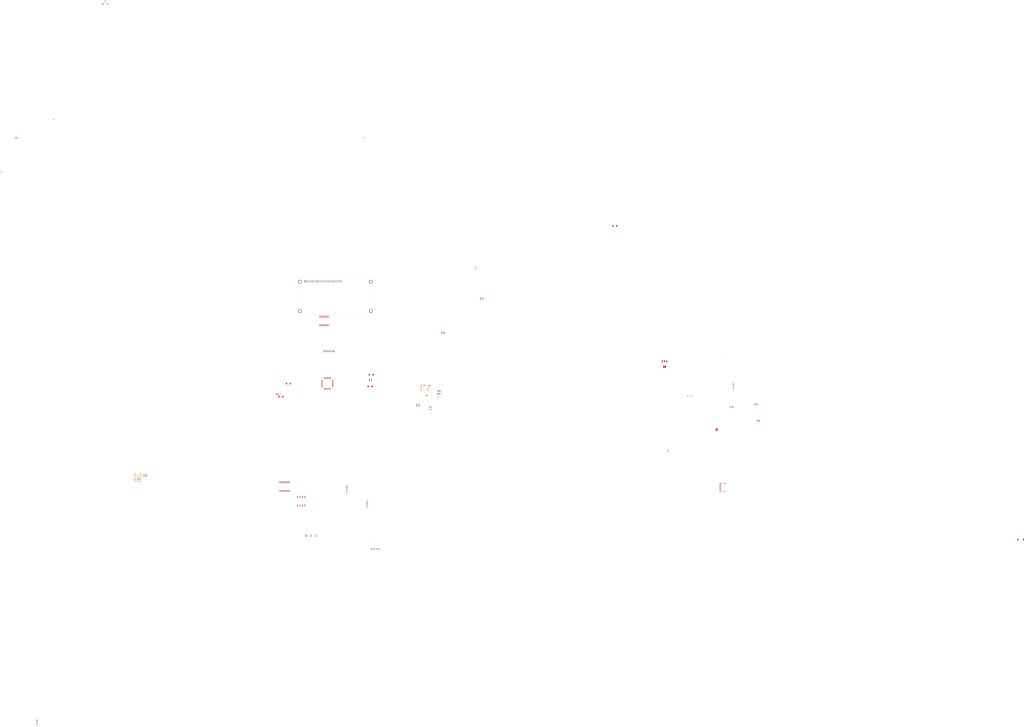
<source format=kicad_pcb>
(kicad_pcb (version 20240108) (generator "pcbnew") (generator_version "8.0")
  (layers (0 "F.Cu" signal) (1 "In1.Cu" signal) (2 "In2.Cu" signal) (31 "B.Cu" signal) (34 "B.Paste" user) (35 "F.Paste" user) (36 "B.SilkS" user "B.Silkscreen") (37 "F.SilkS" user "F.Silkscreen") (38 "B.Mask" user) (39 "F.Mask" user) (44 "Edge.Cuts" user))
  (net 0 "")
  (net 1 "GND")
  (net 2 "Vout")
  (net 3 "+3.3V")
  (net 4 "+5V")
  (net 5 "/MCU/Boot0")
  (net 6 "Net-(U10-VCAP_1)")
  (net 7 "Net-(U10-VCAP_2)")
  (net 8 "/MCU/NRST")
  (net 9 "/MCU/Osc1")
  (net 10 "/MCU/Osc2")
  (net 11 "/CAN1/OSC2")
  (net 12 "/CAN1/OSC1")
  (net 13 "/CAN1/CAN_VDD")
  (net 14 "/CAN1/CAN_GND")
  (net 15 "/USB + Power Source/USB_VBUS")
  (net 16 "VDD")
  (net 17 "/LCD/D6L")
  (net 18 "/LCD/RW_L")
  (net 20 "/LCD/D7L")
  (net 21 "/LCD/A")
  (net 22 "/LCD/D4L")
  (net 23 "/LCD/E_L")
  (net 24 "Net-(DS1-VO)")
  (net 26 "/LCD/RS_L")
  (net 29 "/LCD/D5L")
  (net 30 "Net-(J1-CC1)")
  (net 31 "/USB + Power Source/USB_D+")
  (net 32 "Net-(J1-CC2)")
  (net 33 "/USB + Power Source/USB_D-")
  (net 36 "/MCU/Sys_SDIO")
  (net 37 "/MCU/Sys_CLK")
  (net 38 "VCC")
  (net 39 "/CAN1/CANL")
  (net 40 "/CAN1/CANH")
  (net 41 "Net-(U6-SW)")
  (net 42 "/D+")
  (net 43 "/D-")
  (net 44 "/USB + Power Source/LBI")
  (net 45 "Net-(U10-PB2{slash}BOOT1)")
  (net 46 "Net-(R8-Pad1)")
  (net 47 "Net-(R9-Pad1)")
  (net 48 "Net-(U19-~{RESET})")
  (net 49 "Net-(R16-Pad1)")
  (net 50 "/SCL")
  (net 51 "/SDA")
  (net 52 "/LCD_Int")
  (net 53 "/Buttons/Back")
  (net 54 "/Buttons/Sel")
  (net 55 "/Buttons/Up")
  (net 56 "/Buttons/Down")
  (net 58 "/CANTX")
  (net 59 "/CAN1/CAN_TX")
  (net 60 "/CAN1/CANTX_OUT")
  (net 61 "/CAN1/CAN_RX")
  (net 62 "/CAN1/CANRX_OUT")
  (net 63 "/CANRX")
  (net 65 "/Deb_back")
  (net 67 "/Deb_select")
  (net 68 "/Deb_Up")
  (net 70 "/Deb_Down")
  (net 75 "/SCK")
  (net 83 "/INT")
  (net 96 "/MISO")
  (net 101 "/MOSI")
  (net 106 "/CS")
  (footprint "Resistor_SMD:R_0603_1608Metric" (layer "F.Cu") (at 234.64 98.03)
    (property "Reference" "R4" (at 0 -1.43 0) (layer "F.SilkS"))
    (property "Value" "5.1k")
    (pad "1" smd roundrect (at -0.825 0) (size 0.8 0.95) (layers "F.Cu" "F.Paste" "F.Mask") (net 30 "Net-(J1-CC1)"))
    (pad "2" smd roundrect (at 0.825 0) (size 0.8 0.95) (layers "F.Cu" "F.Paste" "F.Mask") (net 1 "GND"))
  )
  (footprint "Resistor_SMD:R_0402_1005Metric" (layer "F.Cu") (at -71.26 168.57)
    (property "Reference" "R8" (at 0 -1.17 0) (layer "F.SilkS"))
    (property "Value" "10k")
    (pad "1" smd roundrect (at -0.51 0) (size 0.54 0.64) (layers "F.Cu" "F.Paste" "F.Mask") (net 46 "Net-(R8-Pad1)"))
    (pad "2" smd roundrect (at 0.51 0) (size 0.54 0.64) (layers "F.Cu" "F.Paste" "F.Mask") (net 5 "/MCU/Boot0"))
  )
  (footprint "Capacitor_SMD:C_0402_1005Metric" (layer "F.Cu") (at 76.71 83.98)
    (property "Reference" "C1" (at 0 -1.16 0) (layer "F.SilkS"))
    (property "Value" "100nF")
    (pad "1" smd roundrect (at -0.48 0) (size 0.56 0.62) (layers "F.Cu" "F.Paste" "F.Mask") (net 2 "Vout"))
    (pad "2" smd roundrect (at 0.48 0) (size 0.56 0.62) (layers "F.Cu" "F.Paste" "F.Mask") (net 1 "GND"))
  )
  (footprint "Motor-Flasher:SOT230P700X180-4N" (layer "F.Cu") (at 482 52.5 -90)
    (property "Reference" "U3" (at -7.55686 -65.97922 90) (layer "F.SilkS") (effects (font (size 1.000693 1.000693))))
    (property "Value" "LD1117S33TR")
    (pad "1" smd rect (at -2.9 -2.3 180) (size 1 2.15) (layers "F.Cu" "F.Paste" "F.Mask") (net 1 "GND"))
    (pad "2" smd rect (at -2.9 0 180) (size 1 2.15) (layers "F.Cu" "F.Paste" "F.Mask") (net 3 "+3.3V"))
    (pad "3" smd rect (at -2.9 2.3 180) (size 1 2.15) (layers "F.Cu" "F.Paste" "F.Mask") (net 2 "Vout"))
    (pad "4" smd rect (at 2.9 0 180) (size 3.25 2.15) (layers "F.Cu" "F.Paste" "F.Mask") (net 3 "+3.3V"))
  )
  (footprint "Motor-Flasher:SOT95P275X110-6N" (layer "F.Cu") (at -66.355 170.24)
    (property "Reference" "U1" (at -0.068 -2.2064 0) (layer "F.SilkS") (effects (font (size 0.64 0.64))))
    (property "Value" "MAX16054AZT_T" (hide yes))
    (pad "1" smd roundrect (at -1.16 -0.95) (size 1.24 0.55) (layers "F.Cu" "F.Paste" "F.Mask") (net 53 "/Buttons/Back"))
    (pad "2" smd roundrect (at -1.16 0) (size 1.24 0.55) (layers "F.Cu" "F.Paste" "F.Mask") (net 1 "GND"))
    (pad "3" smd roundrect (at -1.16 0.95) (size 1.24 0.55) (layers "F.Cu" "F.Paste" "F.Mask") (net 1 "GND"))
    (pad "4" smd roundrect (at 1.16 0.95) (size 1.24 0.55) (layers "F.Cu" "F.Paste" "F.Mask"))
    (pad "5" smd roundrect (at 1.16 0) (size 1.24 0.55) (layers "F.Cu" "F.Paste" "F.Mask") (net 65 "/Deb_back"))
    (pad "6" smd roundrect (at 1.16 -0.95) (size 1.24 0.55) (layers "F.Cu" "F.Paste" "F.Mask") (net 3 "+3.3V"))
  )
  (footprint "Capacitor_SMD:C_0402_1005Metric" (layer "F.Cu") (at -77.02 168.56)
    (property "Reference" "C7" (at 0 -1.16 0) (layer "F.SilkS"))
    (property "Value" "100nF")
    (pad "1" smd roundrect (at -0.48 0) (size 0.56 0.62) (layers "F.Cu" "F.Paste" "F.Mask") (net 5 "/MCU/Boot0"))
    (pad "2" smd roundrect (at 0.48 0) (size 0.56 0.62) (layers "F.Cu" "F.Paste" "F.Mask") (net 1 "GND"))
  )
  (footprint "Motor-Flasher:SS12D07_CNK" (layer "F.Cu") (at 168 198.5)
    (property "Reference" "SW1" (at 0 2 0) (layer "F.SilkS"))
    (property "Value" "SS12D07VG4NSGAPA" (hide yes))
    (fp_text user "*" (at -2.6543 0 0) (layer "F.SilkS"))
    (fp_text user "*" (at -2.6543 0 0) (layer "F.SilkS"))
    (pad "1" thru_hole rect (at 0 0) (size 1.3208 1.3208) (drill 0.8128) (layers "*.Cu" "*.Mask"))
    (pad "2" thru_hole circle (at 0 2) (size 1.3208 1.3208) (drill 0.8128) (layers "*.Cu" "*.Mask") (net 47 "Net-(R9-Pad1)"))
    (pad "3" thru_hole circle (at 0 4.000001) (size 1.3208 1.3208) (drill 0.8128) (layers "*.Cu" "*.Mask") (net 40 "/CAN1/CANH"))
    (pad "4" thru_hole circle (at 0 -2.100001 90) (size 1.2446 1.2446) (drill 1.2446) (layers "*.Cu" "*.Mask"))
    (pad "5" thru_hole circle (at 0 6.1 90) (size 1.2446 1.2446) (drill 1.2446) (layers "*.Cu" "*.Mask"))
  )
  (footprint "Capacitor_SMD:C_0402_1005Metric" (layer "F.Cu") (at -74.15 170.53)
    (property "Reference" "C22" (at 0 -1.16 0) (layer "F.SilkS"))
    (property "Value" "100nF")
    (pad "1" smd roundrect (at -0.48 0) (size 0.56 0.62) (layers "F.Cu" "F.Paste" "F.Mask") (net 3 "+3.3V"))
    (pad "2" smd roundrect (at 0.48 0) (size 0.56 0.62) (layers "F.Cu" "F.Paste" "F.Mask") (net 1 "GND"))
  )
  (footprint "Motor-Flasher:OSC_CSTNE16M0V530000R0" (layer "F.Cu") (at -202.5 -186.5)
    (property "Reference" "Y1" (at 0.032 -1.7064 0) (layer "F.SilkS") (effects (font (size 0.64 0.64))))
    (property "Value" "CSTNE16M0V530000R0")
    (pad "1" smd rect (at -1.2 0) (size 0.4 1.9) (layers "F.Cu" "F.Paste" "F.Mask") (net 9 "/MCU/Osc1"))
    (pad "2" smd rect (at 0 0) (size 0.4 1.9) (layers "F.Cu" "F.Paste" "F.Mask") (net 1 "GND"))
    (pad "3" smd rect (at 1.2 0) (size 0.4 1.9) (layers "F.Cu" "F.Paste" "F.Mask") (net 10 "/MCU/Osc2"))
  )
  (footprint "Capacitor_SMD:C_0402_1005Metric" (layer "F.Cu") (at 225.1953 74.8527)
    (property "Reference" "C21" (at 0 -1.16 0) (layer "F.SilkS"))
    (property "Value" "100nF")
    (pad "1" smd roundrect (at -0.48 0) (size 0.56 0.62) (layers "F.Cu" "F.Paste" "F.Mask") (net 1 "GND"))
    (pad "2" smd roundrect (at 0.48 0) (size 0.56 0.62) (layers "F.Cu" "F.Paste" "F.Mask") (net 3 "+3.3V"))
  )
  (footprint "Motor-Flasher:SOT95P275X110-6N" (layer "F.Cu") (at 221.795 96.04)
    (property "Reference" "SW5" (at -0.068 -2.2064 0) (layer "F.SilkS") (effects (font (size 0.64 0.64))))
    (property "Value" "SS12D07VG4NSGAPA")
    (pad "1" smd roundrect (at -1.16 -0.95) (size 1.24 0.55) (layers "F.Cu" "F.Paste" "F.Mask") (net 1 "GND"))
    (pad "2" smd roundrect (at -1.16 0) (size 1.24 0.55) (layers "F.Cu" "F.Paste" "F.Mask") (net 46 "Net-(R8-Pad1)"))
    (pad "3" smd roundrect (at -1.16 0.95) (size 1.24 0.55) (layers "F.Cu" "F.Paste" "F.Mask") (net 3 "+3.3V"))
    (pad "4" smd roundrect (at 1.16 0.95) (size 1.24 0.55) (layers "F.Cu" "F.Paste" "F.Mask"))
    (pad "5" smd roundrect (at 1.16 0) (size 1.24 0.55) (layers "F.Cu" "F.Paste" "F.Mask"))
    (pad "6" smd roundrect (at 1.16 -0.95) (size 1.24 0.55) (layers "F.Cu" "F.Paste" "F.Mask"))
  )
  (footprint "Capacitor_SMD:C_0805_2012Metric" (layer "F.Cu") (at 243.83 80.91)
    (property "Reference" "C3" (at 0 -1.68 0) (layer "F.SilkS"))
    (property "Value" "10uF")
    (pad "1" smd roundrect (at -0.95 0) (size 1 1.45) (layers "F.Cu" "F.Paste" "F.Mask") (net 1 "GND"))
    (pad "2" smd roundrect (at 0.95 0) (size 1 1.45) (layers "F.Cu" "F.Paste" "F.Mask") (net 2 "Vout"))
  )
  (footprint "Capacitor_SMD:C_0603_1608Metric" (layer "F.Cu") (at 228.6353 75.1227)
    (property "Reference" "C31" (at 0 -1.43 0) (layer "F.SilkS"))
    (property "Value" "7pF")
    (pad "1" smd roundrect (at -0.775 0) (size 0.9 0.95) (layers "F.Cu" "F.Paste" "F.Mask") (net 11 "/CAN1/OSC2"))
    (pad "2" smd roundrect (at 0.775 0) (size 0.9 0.95) (layers "F.Cu" "F.Paste" "F.Mask") (net 1 "GND"))
  )
  (footprint "Capacitor_SMD:C_0402_1005Metric" (layer "F.Cu") (at 225.1953 76.8227)
    (property "Reference" "C33" (at 0 -1.16 0) (layer "F.SilkS"))
    (property "Value" "100nF")
    (pad "1" smd roundrect (at -0.48 0) (size 0.56 0.62) (layers "F.Cu" "F.Paste" "F.Mask") (net 1 "GND"))
    (pad "2" smd roundrect (at 0.48 0) (size 0.56 0.62) (layers "F.Cu" "F.Paste" "F.Mask") (net 3 "+3.3V"))
  )
  (footprint "Capacitor_SMD:C_0402_1005Metric" (layer "F.Cu") (at -74.15 174.47)
    (property "Reference" "C24" (at 0 -1.16 0) (layer "F.SilkS"))
    (property "Value" "100nF")
    (pad "1" smd roundrect (at -0.48 0) (size 0.56 0.62) (layers "F.Cu" "F.Paste" "F.Mask") (net 3 "+3.3V"))
    (pad "2" smd roundrect (at 0.48 0) (size 0.56 0.62) (layers "F.Cu" "F.Paste" "F.Mask") (net 1 "GND"))
  )
  (footprint "Capacitor_SMD:C_0805_2012Metric" (layer "F.Cu") (at 73.05 84.5)
    (property "Reference" "C2" (at 0 -1.68 0) (layer "F.SilkS"))
    (property "Value" "10uF")
    (pad "1" smd roundrect (at -0.95 0) (size 1 1.45) (layers "F.Cu" "F.Paste" "F.Mask") (net 1 "GND"))
    (pad "2" smd roundrect (at 0.95 0) (size 1 1.45) (layers "F.Cu" "F.Paste" "F.Mask") (net 3 "+3.3V"))
  )
  (footprint "Capacitor_SMD:C_0402_1005Metric" (layer "F.Cu") (at -163 -206)
    (property "Reference" "C20" (at 0 -1.16 0) (layer "F.SilkS"))
    (property "Value" "7pF")
    (pad "1" smd roundrect (at -0.48 0) (size 0.56 0.62) (layers "F.Cu" "F.Paste" "F.Mask") (net 10 "/MCU/Osc2"))
    (pad "2" smd roundrect (at 0.48 0) (size 0.56 0.62) (layers "F.Cu" "F.Paste" "F.Mask") (net 1 "GND"))
  )
  (footprint "Capacitor_SMD:C_0402_1005Metric" (layer "F.Cu") (at 282.48 -47.53)
    (property "Reference" "C14" (at 0 -1.16 0) (layer "F.SilkS"))
    (property "Value" "100nF" (hide yes))
    (pad "1" smd roundrect (at -0.48 0) (size 0.56 0.62) (layers "F.Cu" "F.Paste" "F.Mask") (net 1 "GND"))
    (pad "2" smd roundrect (at 0.48 0) (size 0.56 0.62) (layers "F.Cu" "F.Paste" "F.Mask") (net 3 "+3.3V"))
  )
  (footprint "Resistor_SMD:R_0402_1005Metric" (layer "F.Cu") (at 486 144.99)
    (property "Reference" "R2" (at 0 -1.17 0) (layer "F.SilkS"))
    (property "Value" "22")
    (pad "1" smd roundrect (at -0.51 0) (size 0.54 0.64) (layers "F.Cu" "F.Paste" "F.Mask") (net 43 "/D-"))
    (pad "2" smd roundrect (at 0.51 0) (size 0.54 0.64) (layers "F.Cu" "F.Paste" "F.Mask") (net 33 "/USB + Power Source/USB_D-"))
  )
  (footprint "Capacitor_SMD:C_0402_1005Metric" (layer "F.Cu") (at -77.02 176.44)
    (property "Reference" "C18" (at 0 -1.16 0) (layer "F.SilkS"))
    (property "Value" "100nF")
    (pad "1" smd roundrect (at -0.48 0) (size 0.56 0.62) (layers "F.Cu" "F.Paste" "F.Mask") (net 8 "/MCU/NRST"))
    (pad "2" smd roundrect (at 0.48 0) (size 0.56 0.62) (layers "F.Cu" "F.Paste" "F.Mask") (net 1 "GND"))
  )
  (footprint "Motor-Flasher:TS-1088-AR02016" (layer "F.Cu") (at 77 87)
    (property "Reference" "S10" (hide yes))
    (property "Value" "TS-1088-AR02016" (hide yes))
    (pad "1" smd roundrect (at -2.075 0) (size 1.35 1.8) (layers "F.Cu" "F.Paste" "F.Mask") (net 49 "Net-(R16-Pad1)"))
    (pad "2" smd roundrect (at 2.075 0) (size 1.35 1.8) (layers "F.Cu" "F.Paste" "F.Mask") (net 1 "GND"))
  )
  (footprint "Motor-Flasher:TS-1088-AR02016" (layer "F.Cu") (at 172.3375 63.81)
    (property "Reference" "S11" (at 0.762 -2.794 0) (layer "F.SilkS") (effects (font (thickness 0.1))))
    (property "Value" "TS-1088-AR02016" (hide yes))
    (pad "1" smd roundrect (at -2.075 0) (size 1.35 1.8) (layers "F.Cu" "F.Paste" "F.Mask") (net 1 "GND"))
    (pad "2" smd roundrect (at 2.075 0) (size 1.35 1.8) (layers "F.Cu" "F.Paste" "F.Mask") (net 54 "/Buttons/Sel"))
  )
  (footprint "Resistor_SMD:R_0603_1608Metric" (layer "F.Cu") (at 234.64 100.54)
    (property "Reference" "R5" (at 0 -1.43 0) (layer "F.SilkS"))
    (property "Value" "5.1k")
    (pad "1" smd roundrect (at -0.825 0) (size 0.8 0.95) (layers "F.Cu" "F.Paste" "F.Mask") (net 1 "GND"))
    (pad "2" smd roundrect (at 0.825 0) (size 0.8 0.95) (layers "F.Cu" "F.Paste" "F.Mask") (net 32 "Net-(J1-CC2)"))
  )
  (footprint "Capacitor_SMD:C_0402_1005Metric" (layer "F.Cu") (at -77.02 172.5)
    (property "Reference" "C9" (at 0 -1.16 0) (layer "F.SilkS"))
    (property "Value" "2.2uF")
    (pad "1" smd roundrect (at -0.48 0) (size 0.56 0.62) (layers "F.Cu" "F.Paste" "F.Mask") (net 7 "Net-(U10-VCAP_2)"))
    (pad "2" smd roundrect (at 0.48 0) (size 0.56 0.62) (layers "F.Cu" "F.Paste" "F.Mask") (net 1 "GND"))
  )
  (footprint "Motor-Flasher:POT_3362P" (layer "F.Cu") (at -111.08 -328)
    (property "Reference" "VR1" (at 2.54 0.0381 0) (layer "F.SilkS"))
    (property "Value" "3362P-1-103LF")
    (pad "1" thru_hole rect (at 0 0) (size 1.3462 1.3462) (drill 0.8382) (layers "*.Cu" "*.Mask") (net 3 "+3.3V"))
    (pad "2" thru_hole circle (at 2.54 -2.54) (size 1.3462 1.3462) (drill 0.8382) (layers "*.Cu" "*.Mask") (net 24 "Net-(DS1-VO)"))
    (pad "3" thru_hole circle (at 5.08 0) (size 1.3462 1.3462) (drill 0.8382) (layers "*.Cu" "*.Mask") (net 1 "GND"))
  )
  (footprint "Motor-Flasher:CONV_RFM-0505S" (layer "F.Cu") (at 176.77 246.25)
    (property "Reference" "PS5" (at -2.385 -4.745 360) (layer "F.SilkS"))
    (property "Value" "B0505S-1WR3")
    (pad "1" thru_hole rect (at -3.85 1.75) (size 1.508 1.508) (drill 1) (layers "*.Cu" "*.Mask") (net 1 "GND"))
    (pad "2" thru_hole circle (at -1.31 1.75) (size 1.508 1.508) (drill 1) (layers "*.Cu" "*.Mask") (net 4 "+5V"))
    (pad "3" thru_hole circle (at 1.23 1.75) (size 1.508 1.508) (drill 1) (layers "*.Cu" "*.Mask") (net 14 "/CAN1/CAN_GND"))
    (pad "4" thru_hole circle (at 3.77 1.75) (size 1.508 1.508) (drill 1) (layers "*.Cu" "*.Mask") (net 13 "/CAN1/CAN_VDD"))
  )
  (footprint "Capacitor_SMD:C_0603_1608Metric" (layer "F.Cu") (at 230.9803 85.8077)
    (property "Reference" "C32" (at 0 -1.43 0) (layer "F.SilkS"))
    (property "Value" "7pF")
    (pad "1" smd roundrect (at -0.775 0) (size 0.9 0.95) (layers "F.Cu" "F.Paste" "F.Mask") (net 12 "/CAN1/OSC1"))
    (pad "2" smd roundrect (at 0.775 0) (size 0.9 0.95) (layers "F.Cu" "F.Paste" "F.Mask") (net 1 "GND"))
  )
  (footprint "Motor-Flasher:SS12D07_CNK" (layer "F.Cu") (at 554.75 73.974999)
    (property "Reference" "SW2" (at 0 2 0) (layer "F.SilkS"))
    (property "Value" "SS12D07VG4NSGAPA")
    (fp_text user "*" (at -2.6543 0 0) (layer "F.SilkS"))
    (fp_text user "*" (at -2.6543 0 0) (layer "F.SilkS"))
    (pad "1" thru_hole rect (at 0 0) (size 1.3208 1.3208) (drill 0.8128) (layers "*.Cu" "*.Mask") (net 16 "VDD"))
    (pad "2" thru_hole circle (at 0 2) (size 1.3208 1.3208) (drill 0.8128) (layers "*.Cu" "*.Mask") (net 2 "Vout"))
    (pad "3" thru_hole circle (at 0 4.000001) (size 1.3208 1.3208) (drill 0.8128) (layers "*.Cu" "*.Mask") (net 38 "VCC"))
    (pad "4" thru_hole circle (at 0 -2.100001 90) (size 1.2446 1.2446) (drill 1.2446) (layers "*.Cu" "*.Mask"))
    (pad "5" thru_hole circle (at 0 6.1 90) (size 1.2446 1.2446) (drill 1.2446) (layers "*.Cu" "*.Mask"))
  )
  (footprint "Motor-Flasher:SOP254P1040X485-8N" (layer "F.Cu") (at 98.5 197.5 -90)
    (property "Reference" "U20" (at -2.6 -5.635 90) (layer "F.SilkS"))
    (property "Value" "ISO1050DUBR")
    (pad "1" smd roundrect (at -4.535 -3.81 270) (size 2.34 0.64) (layers "F.Cu" "F.Paste" "F.Mask") (roundrect_rratio 0.08) (net 3 "+3.3V"))
    (pad "2" smd roundrect (at -4.535 -1.27 270) (size 2.34 0.64) (layers "F.Cu" "F.Paste" "F.Mask") (roundrect_rratio 0.08) (net 62 "/CAN1/CANRX_OUT"))
    (pad "3" smd roundrect (at -4.535 1.27 270) (size 2.34 0.64) (layers "F.Cu" "F.Paste" "F.Mask") (roundrect_rratio 0.08) (net 60 "/CAN1/CANTX_OUT"))
    (pad "4" smd roundrect (at -4.535 3.81 270) (size 2.34 0.64) (layers "F.Cu" "F.Paste" "F.Mask") (roundrect_rratio 0.08) (net 1 "GND"))
    (pad "5" smd roundrect (at 4.535 3.81 270) (size 2.34 0.64) (layers "F.Cu" "F.Paste" "F.Mask") (roundrect_rratio 0.08) (net 14 "/CAN1/CAN_GND"))
    (pad "6" smd roundrect (at 4.535 1.27 270) (size 2.34 0.64) (layers "F.Cu" "F.Paste" "F.Mask") (roundrect_rratio 0.08) (net 39 "/CAN1/CANL"))
    (pad "7" smd roundrect (at 4.535 -1.27 270) (size 2.34 0.64) (layers "F.Cu" "F.Paste" "F.Mask") (roundrect_rratio 0.08) (net 40 "/CAN1/CANH"))
    (pad "8" smd roundrect (at 4.535 -3.81 270) (size 2.34 0.64) (layers "F.Cu" "F.Paste" "F.Mask") (roundrect_rratio 0.08) (net 13 "/CAN1/CAN_VDD"))
  )
  (footprint "Resistor_SMD:R_0402_1005Metric" (layer "F.Cu") (at -71.26 172.55)
    (property "Reference" "R24" (at 0 -1.17 0) (layer "F.SilkS"))
    (property "Value" "4.7k")
    (pad "1" smd roundrect (at -0.51 0) (size 0.54 0.64) (layers "F.Cu" "F.Paste" "F.Mask") (net 3 "+3.3V"))
    (pad "2" smd roundrect (at 0.51 0) (size 0.54 0.64) (layers "F.Cu" "F.Paste" "F.Mask") (net 50 "/SCL"))
  )
  (footprint "Capacitor_SMD:C_0402_1005Metric" (layer "F.Cu") (at -74.15 172.5)
    (property "Reference" "C23" (at 0 -1.16 0) (layer "F.SilkS"))
    (property "Value" "100nF")
    (pad "1" smd roundrect (at -0.48 0) (size 0.56 0.62) (layers "F.Cu" "F.Paste" "F.Mask") (net 3 "+3.3V"))
    (pad "2" smd roundrect (at 0.48 0) (size 0.56 0.62) (layers "F.Cu" "F.Paste" "F.Mask") (net 1 "GND"))
  )
  (footprint "Motor-Flasher:SS12D07_CNK" (layer "F.Cu") (at 146.5 183)
    (property "Reference" "SW3" (at 0 2 0) (layer "F.SilkS"))
    (property "Value" "SS12D07VG4NSGAPA" (hide yes))
    (fp_text user "*" (at -2.6543 0 360) (layer "F.SilkS"))
    (fp_text user "*" (at -2.6543 0 0) (layer "F.SilkS"))
    (pad "1" thru_hole rect (at 0 0) (size 1.3208 1.3208) (drill 0.8128) (layers "*.Cu" "*.Mask") (net 59 "/CAN1/CAN_TX"))
    (pad "2" thru_hole circle (at 0 2) (size 1.3208 1.3208) (drill 0.8128) (layers "*.Cu" "*.Mask") (net 60 "/CAN1/CANTX_OUT"))
    (pad "3" thru_hole circle (at 0 4.000001) (size 1.3208 1.3208) (drill 0.8128) (layers "*.Cu" "*.Mask") (net 58 "/CANTX"))
    (pad "4" thru_hole circle (at 0 -2.100001 90) (size 1.2446 1.2446) (drill 1.2446) (layers "*.Cu" "*.Mask"))
    (pad "5" thru_hole circle (at 0 6.1 90) (size 1.2446 1.2446) (drill 1.2446) (layers "*.Cu" "*.Mask"))
  )
  (footprint "Resistor_SMD:R_0402_1005Metric" (layer "F.Cu") (at 486 143)
    (property "Reference" "R1" (at 0 -1.17 0) (layer "F.SilkS"))
    (property "Value" "22")
    (pad "1" smd roundrect (at -0.51 0) (size 0.54 0.64) (layers "F.Cu" "F.Paste" "F.Mask") (net 42 "/D+"))
    (pad "2" smd roundrect (at 0.51 0) (size 0.54 0.64) (layers "F.Cu" "F.Paste" "F.Mask") (net 31 "/USB + Power Source/USB_D+"))
  )
  (footprint "Capacitor_SMD:C_0402_1005Metric" (layer "F.Cu") (at -77.02 174.47)
    (property "Reference" "C10" (at 0 -1.16 0) (layer "F.SilkS"))
    (property "Value" "100nF")
    (pad "1" smd roundrect (at -0.48 0) (size 0.56 0.62) (layers "F.Cu" "F.Paste" "F.Mask") (net 3 "+3.3V"))
    (pad "2" smd roundrect (at 0.48 0) (size 0.56 0.62) (layers "F.Cu" "F.Paste" "F.Mask") (net 1 "GND"))
  )
  (footprint "Motor-Flasher:TS-1088-AR02016" (layer "F.Cu") (at 429.5 -93.5)
    (property "Reference" "S13" (at 8.0145 9.531 0) (layer "F.SilkS") (effects (font (thickness 0.1))))
    (property "Value" "TS-1088-AR02016" (hide yes))
    (pad "1" smd roundrect (at -2.075 0) (size 1.35 1.8) (layers "F.Cu" "F.Paste" "F.Mask") (net 1 "GND"))
    (pad "2" smd roundrect (at 2.075 0) (size 1.35 1.8) (layers "F.Cu" "F.Paste" "F.Mask") (net 56 "/Buttons/Down"))
  )
  (footprint "Resistor_SMD:R_0402_1005Metric" (layer "F.Cu") (at 232.0953 78.3127)
    (property "Reference" "R9" (at 0 -1.17 0) (layer "F.SilkS"))
    (property "Value" "120")
    (pad "1" smd roundrect (at -0.51 0) (size 0.54 0.64) (layers "F.Cu" "F.Paste" "F.Mask") (net 47 "Net-(R9-Pad1)"))
    (pad "2" smd roundrect (at 0.51 0) (size 0.54 0.64) (layers "F.Cu" "F.Paste" "F.Mask") (net 39 "/CAN1/CANL"))
  )
  (footprint "Resistor_SMD:R_0402_1005Metric" (layer "F.Cu") (at -71.26 170.56)
    (property "Reference" "R16" (at 0 -1.17 0) (layer "F.SilkS"))
    (property "Value" "100")
    (pad "1" smd roundrect (at -0.51 0) (size 0.54 0.64) (layers "F.Cu" "F.Paste" "F.Mask") (net 49 "Net-(R16-Pad1)"))
    (pad "2" smd roundrect (at 0.51 0) (size 0.54 0.64) (layers "F.Cu" "F.Paste" "F.Mask") (net 8 "/MCU/NRST"))
  )
  (footprint "Motor-Flasher:GCT_USB4105-GF-A" (layer "F.Cu") (at 545.5 183 90)
    (property "Reference" "J1" (hide yes))
    (property "Value" "TYPE-C 16PIN 2MD(073)" (hide yes))
    (pad "" np_thru_hole circle (at -2.89 -3.68 90) (size 0.65 0.65) (drill 0.65) (layers "*.Cu" "*.Mask"))
    (pad "" np_thru_hole circle (at 2.89 -3.68 90) (size 0.65 0.65) (drill 0.65) (layers "*.Cu" "*.Mask"))
    (pad "A1-B12" smd rect (at -3.2 -4.755 90) (size 0.6 1.15) (layers "F.Cu" "F.Paste" "F.Mask") (net 1 "GND"))
    (pad "A4-B9" smd rect (at -2.4 -4.755 90) (size 0.6 1.15) (layers "F.Cu" "F.Paste" "F.Mask") (net 15 "/USB + Power Source/USB_VBUS"))
    (pad "A5" smd rect (at -1.25 -4.755 90) (size 0.3 1.15) (layers "F.Cu" "F.Paste" "F.Mask") (net 30 "Net-(J1-CC1)"))
    (pad "A6" smd rect (at -0.25 -4.755 90) (size 0.3 1.15) (layers "F.Cu" "F.Paste" "F.Mask") (net 31 "/USB + Power Source/USB_D+"))
    (pad "A7" smd rect (at 0.25 -4.755 90) (size 0.3 1.15) (layers "F.Cu" "F.Paste" "F.Mask") (net 33 "/USB + Power Source/USB_D-"))
    (pad "A8" smd rect (at 1.25 -4.755 90) (size 0.3 1.15) (layers "F.Cu" "F.Paste" "F.Mask"))
    (pad "B1-A12" smd rect (at 3.2 -4.755 90) (size 0.6 1.15) (layers "F.Cu" "F.Paste" "F.Mask") (net 1 "GND"))
    (pad "B4-A9" smd rect (at 2.4 -4.755 90) (size 0.6 1.15) (layers "F.Cu" "F.Paste" "F.Mask") (net 15 "/USB + Power Source/USB_VBUS"))
    (pad "B5" smd rect (at 1.75 -4.755 90) (size 0.3 1.15) (layers "F.Cu" "F.Paste" "F.Mask") (net 32 "Net-(J1-CC2)"))
    (pad "B6" smd rect (at 0.75 -4.755 90) (size 0.3 1.15) (layers "F.Cu" "F.Paste" "F.Mask") (net 31 "/USB + Power Source/USB_D+"))
    (pad "B7" smd rect (at -0.75 -4.755 90) (size 0.3 1.15) (layers "F.Cu" "F.Paste" "F.Mask") (net 33 "/USB + Power Source/USB_D-"))
    (pad "B8" smd rect (at -1.75 -4.755 90) (size 0.3 1.15) (layers "F.Cu" "F.Paste" "F.Mask"))
    (pad "SH1" thru_hole oval (at -4.32 -4.18 90) (size 1 2.1) (drill oval 0.6 1.7) (layers "*.Cu" "*.Mask"))
    (pad "SH2" thru_hole oval (at 4.32 -4.18 90) (size 1 2.1) (drill oval 0.6 1.7) (layers "*.Cu" "*.Mask"))
    (pad "SH3" thru_hole roundrect (at -4.32 0 90) (size 1 1.8) (drill oval 0.6 1.4) (layers "*.Cu" "*.Mask"))
    (pad "SH4" thru_hole roundrect (at 4.32 0 90) (size 1 1.8) (drill oval 0.6 1.4) (layers "*.Cu" "*.Mask"))
  )
  (footprint "Motor-Flasher:SOT95P275X110-6N" (layer "F.Cu") (at 289 -16.5)
    (property "Reference" "U5" (at -0.068 -2.2064 0) (layer "F.SilkS") (effects (font (size 0.64 0.64))))
    (property "Value" "MAX16054AZT_T" (hide yes))
    (pad "1" smd roundrect (at -1.16 -0.95) (size 1.24 0.55) (layers "F.Cu" "F.Paste" "F.Mask") (net 56 "/Buttons/Down"))
    (pad "2" smd roundrect (at -1.16 0) (size 1.24 0.55) (layers "F.Cu" "F.Paste" "F.Mask") (net 1 "GND"))
    (pad "3" smd roundrect (at -1.16 0.95) (size 1.24 0.55) (layers "F.Cu" "F.Paste" "F.Mask") (net 1 "GND"))
    (pad "4" smd roundrect (at 1.16 0.95) (size 1.24 0.55) (layers "F.Cu" "F.Paste" "F.Mask"))
    (pad "5" smd roundrect (at 1.16 0) (size 1.24 0.55) (layers "F.Cu" "F.Paste" "F.Mask") (net 70 "/Deb_Down"))
    (pad "6" smd roundrect (at 1.16 -0.95) (size 1.24 0.55) (layers "F.Cu" "F.Paste" "F.Mask") (net 3 "+3.3V"))
  )
  (footprint "Motor-Flasher:TS-1088-AR02016" (layer "F.Cu") (at 84.975 73.175)
    (property "Reference" "S5" (hide yes))
    (property "Value" "TS-1088-AR02016" (hide yes))
    (pad "1" smd roundrect (at -2.075 0) (size 1.35 1.8) (layers "F.Cu" "F.Paste" "F.Mask") (net 1 "GND"))
    (pad "2" smd roundrect (at 2.075 0) (size 1.35 1.8) (layers "F.Cu" "F.Paste" "F.Mask") (net 53 "/Buttons/Back"))
  )
  (footprint "Capacitor_SMD:C_0402_1005Metric" (layer "F.Cu") (at 243.04 86.41)
    (property "Reference" "C4" (at 0 -1.16 0) (layer "F.SilkS"))
    (property "Value" "100nF")
    (pad "1" smd roundrect (at -0.48 0) (size 0.56 0.62) (layers "F.Cu" "F.Paste" "F.Mask") (net 1 "GND"))
    (pad "2" smd roundrect (at 0.48 0) (size 0.56 0.62) (layers "F.Cu" "F.Paste" "F.Mask") (net 2 "Vout"))
  )
  (footprint "Motor-Flasher:SOT95P275X110-6N" (layer "F.Cu") (at 171.4975 69.45)
    (property "Reference" "U4" (at -0.068 -2.2064 0) (layer "F.SilkS") (effects (font (size 0.64 0.64))))
    (property "Value" "MAX16054AZT_T" (hide yes))
    (pad "1" smd roundrect (at -1.16 -0.95) (size 1.24 0.55) (layers "F.Cu" "F.Paste" "F.Mask") (net 55 "/Buttons/Up"))
    (pad "2" smd roundrect (at -1.16 0) (size 1.24 0.55) (layers "F.Cu" "F.Paste" "F.Mask") (net 1 "GND"))
    (pad "3" smd roundrect (at -1.16 0.95) (size 1.24 0.55) (layers "F.Cu" "F.Paste" "F.Mask") (net 1 "GND"))
    (pad "4" smd roundrect (at 1.16 0.95) (size 1.24 0.55) (layers "F.Cu" "F.Paste" "F.Mask"))
    (pad "5" smd roundrect (at 1.16 0) (size 1.24 0.55) (layers "F.Cu" "F.Paste" "F.Mask") (net 68 "/Deb_Up"))
    (pad "6" smd roundrect (at 1.16 -0.95) (size 1.24 0.55) (layers "F.Cu" "F.Paste" "F.Mask") (net 3 "+3.3V"))
  )
  (footprint "Connector_PinHeader_2.54mm:PinHeader_1x05_P2.54mm_Horizontal" (layer "F.Cu") (at 122.92 39 90)
    (property "Reference" "J2" (at 4.385 -2.27 90) (layer "F.SilkS"))
    (property "Value" "CS-1109-1X5(L11.5)PA6T" (hide yes))
    (pad "1" thru_hole rect (at 0 0 90) (size 1.7 1.7) (drill 1) (layers "*.Cu" "*.Mask") (net 37 "/MCU/Sys_CLK"))
    (pad "2" thru_hole oval (at 0 2.54 90) (size 1.7 1.7) (drill 1) (layers "*.Cu" "*.Mask") (net 36 "/MCU/Sys_SDIO"))
    (pad "3" thru_hole oval (at 0 5.08 90) (size 1.7 1.7) (drill 1) (layers "*.Cu" "*.Mask") (net 1 "GND"))
    (pad "4" thru_hole oval (at 0 7.62 90) (size 1.7 1.7) (drill 1) (layers "*.Cu" "*.Mask") (net 8 "/MCU/NRST"))
    (pad "5" thru_hole oval (at 0 10.16 90) (size 1.7 1.7) (drill 1) (layers "*.Cu" "*.Mask") (net 3 "+3.3V"))
  )
  (footprint "Capacitor_SMD:C_0402_1005Metric" (layer "F.Cu") (at 243.04 88.38)
    (property "Reference" "C5" (at 0 -1.16 0) (layer "F.SilkS"))
    (property "Value" "2.2uF")
    (pad "1" smd roundrect (at -0.48 0) (size 0.56 0.62) (layers "F.Cu" "F.Paste" "F.Mask") (net 4 "+5V"))
    (pad "2" smd roundrect (at 0.48 0) (size 0.56 0.62) (layers "F.Cu" "F.Paste" "F.Mask") (net 1 "GND"))
  )
  (footprint "Resistor_SMD:R_0402_1005Metric" (layer "F.Cu") (at 164.51 -186.5)
    (property "Reference" "R13" (at 0 -1.17 0) (layer "F.SilkS"))
    (property "Value" "220" (hide yes))
    (pad "1" smd roundrect (at -0.51 0) (size 0.54 0.64) (layers "F.Cu" "F.Paste" "F.Mask") (net 3 "+3.3V"))
    (pad "2" smd roundrect (at 0.51 0) (size 0.54 0.64) (layers "F.Cu" "F.Paste" "F.Mask") (net 21 "/LCD/A"))
  )
  (footprint "Capacitor_SMD:C_0402_1005Metric" (layer "F.Cu") (at 225.1953 80.7627)
    (property "Reference" "C35" (at 0 -1.16 0) (layer "F.SilkS"))
    (property "Value" "100nF")
    (pad "1" smd roundrect (at -0.48 0) (size 0.56 0.62) (layers "F.Cu" "F.Paste" "F.Mask") (net 3 "+3.3V"))
    (pad "2" smd roundrect (at 0.48 0) (size 0.56 0.62) (layers "F.Cu" "F.Paste" "F.Mask") (net 1 "GND"))
  )
  (footprint "Resistor_SMD:R_0805_2012Metric" (layer "F.Cu") (at 581 112.5)
    (property "Reference" "R7" (at 0 -1.65 0) (layer "F.SilkS"))
    (property "Value" "390k")
    (pad "1" smd roundrect (at -0.9125 0) (size 1.025 1.4) (layers "F.Cu" "F.Paste" "F.Mask") (roundrect_rratio 0.243902) (net 44 "/USB + Power Source/LBI"))
    (pad "2" smd roundrect (at 0.9125 0) (size 1.025 1.4) (layers "F.Cu" "F.Paste" "F.Mask") (roundrect_rratio 0.243902) (net 1 "GND"))
  )
  (footprint "Resistor_SMD:R_0805_2012Metric" (layer "F.Cu") (at 578.5875 95)
    (property "Reference" "R3" (at 0 -1.65 0) (layer "F.SilkS"))
    (property "Value" "2.87M")
    (pad "1" smd roundrect (at -0.9125 0) (size 1.025 1.4) (layers "F.Cu" "F.Paste" "F.Mask") (roundrect_rratio 0.243902) (net 2 "Vout"))
    (pad "2" smd roundrect (at 0.9125 0) (size 1.025 1.4) (layers "F.Cu" "F.Paste" "F.Mask") (roundrect_rratio 0.243902) (net 44 "/USB + Power Source/LBI"))
  )
  (footprint "Motor-Flasher:SS12D07_CNK" (layer "F.Cu") (at -180.5 429.5)
    (property "Reference" "SW4" (at 0 2 0) (layer "F.SilkS"))
    (property "Value" "SS12D07VG4NSGAPA" (hide yes))
    (fp_text user "*" (at -2.6543 0 360) (layer "F.SilkS"))
    (fp_text user "*" (at -2.6543 0 0) (layer "F.SilkS"))
    (pad "1" thru_hole rect (at 0 0) (size 1.3208 1.3208) (drill 0.8128) (layers "*.Cu" "*.Mask") (net 61 "/CAN1/CAN_RX"))
    (pad "2" thru_hole circle (at 0 2) (size 1.3208 1.3208) (drill 0.8128) (layers "*.Cu" "*.Mask") (net 62 "/CAN1/CANRX_OUT"))
    (pad "3" thru_hole circle (at 0 4.000001) (size 1.3208 1.3208) (drill 0.8128) (layers "*.Cu" "*.Mask") (net 63 "/CANRX"))
    (pad "4" thru_hole circle (at 0 -2.100001 90) (size 1.2446 1.2446) (drill 1.2446) (layers "*.Cu" "*.Mask"))
    (pad "5" thru_hole circle (at 0 6.1 90) (size 1.2446 1.2446) (drill 1.2446) (layers "*.Cu" "*.Mask"))
  )
  (footprint "Motor-Flasher:CDRH5D28RHP" (layer "F.Cu") (at 858 238)
    (property "Reference" "L2" (at -0.0762 -3.1242 0) (layer "F.SilkS") (effects (font (thickness 0.1))))
    (property "Value" "6.8uH")
    (pad "1" smd roundrect (at 2.8 0) (size 1 2.1) (layers "F.Cu" "F.Paste" "F.Mask") (net 2 "Vout"))
    (pad "2" smd roundrect (at -2.8 0) (size 1 2.1) (layers "F.Cu" "F.Paste" "F.Mask") (net 41 "Net-(U6-SW)"))
  )
  (footprint "Motor-Flasher:JST_B2B-XH-A" (layer "F.Cu") (at 552.75 97.475)
    (property "Reference" "J4" (hide yes))
    (property "Value" "B2B-PH-K-S-GW")
    (pad "1" thru_hole rect (at 1.25 0.525) (size 1.575 1.575) (drill 1.05) (layers "*.Cu" "*.Mask") (net 38 "VCC"))
    (pad "2" thru_hole circle (at -1.25 0.525) (size 1.575 1.575) (drill 1.05) (layers "*.Cu" "*.Mask") (net 1 "GND"))
  )
  (footprint "Motor-Flasher:TS-1088-AR02016" (layer "F.Cu") (at 171.14 76.225)
    (property "Reference" "S12" (at 0.762 -2.794 0) (layer "F.SilkS") (effects (font (thickness 0.1))))
    (property "Value" "TS-1088-AR02016" (hide yes))
    (pad "1" smd roundrect (at -2.075 0) (size 1.35 1.8) (layers "F.Cu" "F.Paste" "F.Mask") (net 1 "GND"))
    (pad "2" smd roundrect (at 2.075 0) (size 1.35 1.8) (layers "F.Cu" "F.Paste" "F.Mask") (net 55 "/Buttons/Up"))
  )
  (footprint "Motor-Flasher:SOD-123FL_MCC" (layer "F.Cu") (at 508.3415 86)
    (property "Reference" "CR2" (at 0 0 0) (layer "F.SilkS"))
    (property "Value" "SMD110PL-TP")
    (fp_text user "*" (at -2.5146 0 0) (layer "F.SilkS"))
    (fp_text user "*" (at -2.5146 0 0) (layer "F.SilkS"))
    (pad "1" smd rect (at -1.8415 0) (size 0.5842 1.0414) (layers "F.Cu" "F.Paste" "F.Mask") (net 16 "VDD"))
    (pad "2" smd rect (at 1.8415 0) (size 0.5842 1.0414) (layers "F.Cu" "F.Paste" "F.Mask") (net 15 "/USB + Power Source/USB_VBUS"))
  )
  (footprint "Motor-Flasher:CUI_TB006-508-03BE" (layer "F.Cu") (at 103.42 233.9625)
    (property "Reference" "J8" (at 0.905 -5.989 0) (layer "F.SilkS") (effects (font (size 1.4 1.4))))
    (property "Value" "WJ500V-5.08-3P" (hide yes))
    (pad "1" thru_hole rect (at 0 0) (size 1.95 1.95) (drill 1.3) (layers "*.Cu" "*.Mask") (net 14 "/CAN1/CAN_GND"))
    (pad "2" thru_hole circle (at 5.08 0) (size 1.95 1.95) (drill 1.3) (layers "*.Cu" "*.Mask") (net 39 "/CAN1/CANL"))
    (pad "3" thru_hole circle (at 10.16 0) (size 1.95 1.95) (drill 1.3) (layers "*.Cu" "*.Mask") (net 40 "/CAN1/CANH"))
  )
  (footprint "Resistor_SMD:R_0402_1005Metric" (layer "F.Cu") (at -71.26 174.54)
    (property "Reference" "R25" (at 0 -1.17 0) (layer "F.SilkS"))
    (property "Value" "4.7k")
    (pad "1" smd roundrect (at -0.51 0) (size 0.54 0.64) (layers "F.Cu" "F.Paste" "F.Mask") (net 3 "+3.3V"))
    (pad "2" smd roundrect (at 0.51 0) (size 0.54 0.64) (layers "F.Cu" "F.Paste" "F.Mask") (net 51 "/SDA"))
  )
  (footprint "Motor-Flasher:LCD_LCM-S01602DTR_A" (layer "F.Cu") (at 135 -18.5)
    (property "Reference" "DS1" (at -37.286975 -19.141105 0) (layer "F.SilkS") (effects (font (size 1.000323 1.000323))))
    (property "Value" "HS1602A-B")
    (pad "1" thru_hole rect (at -32.55 -16.3) (size 1.8 1.8) (drill 1.2) (layers "*.Cu" "*.Mask") (net 1 "GND"))
    (pad "2" thru_hole circle (at -30.1 -16.3) (size 1.8 1.8) (drill 1.2) (layers "*.Cu" "*.Mask") (net 3 "+3.3V"))
    (pad "3" thru_hole circle (at -27.47 -16.3) (size 1.8 1.8) (drill 1.2) (layers "*.Cu" "*.Mask") (net 24 "Net-(DS1-VO)"))
    (pad "4" thru_hole circle (at -24.93 -16.3) (size 1.8 1.8) (drill 1.2) (layers "*.Cu" "*.Mask") (net 26 "/LCD/RS_L"))
    (pad "5" thru_hole circle (at -22.39 -16.3) (size 1.8 1.8) (drill 1.2) (layers "*.Cu" "*.Mask") (net 18 "/LCD/RW_L"))
    (pad "6" thru_hole circle (at -19.85 -16.3) (size 1.8 1.8) (drill 1.2) (layers "*.Cu" "*.Mask") (net 23 "/LCD/E_L"))
    (pad "7" thru_hole circle (at -17.31 -16.3) (size 1.8 1.8) (drill 1.2) (layers "*.Cu" "*.Mask"))
    (pad "8" thru_hole circle (at -14.77 -16.3) (size 1.8 1.8) (drill 1.2) (layers "*.Cu" "*.Mask"))
    (pad "9" thru_hole circle (at -12.23 -16.3) (size 1.8 1.8) (drill 1.2) (layers "*.Cu" "*.Mask"))
    (pad "10" thru_hole circle (at -9.69 -16.3) (size 1.8 1.8) (drill 1.2) (layers "*.Cu" "*.Mask"))
    (pad "11" thru_hole circle (at -7.15 -16.3) (size 1.8 1.8) (drill 1.2) (layers "*.Cu" "*.Mask") (net 22 "/LCD/D4L"))
    (pad "12" thru_hole circle (at -4.61 -16.3) (size 1.8 1.8) (drill 1.2) (layers "*.Cu" "*.Mask") (net 29 "/LCD/D5L"))
    (pad "13" thru_hole circle (at -2.07 -16.3) (size 1.8 1.8) (drill 1.2) (layers "*.Cu" "*.Mask") (net 17 "/LCD/D6L"))
    (pad "14" thru_hole circle (at 0.47 -16.3) (size 1.8 1.8) (drill 1.2) (layers "*.Cu" "*.Mask") (net 20 "/LCD/D7L"))
    (pad "15" thru_hole circle (at 3.01 -16.3) (size 1.8 1.8) (drill 1.2) (layers "*.Cu" "*.Mask") (net 21 "/LCD/A"))
    (pad "16" thru_hole circle (at 5.55 -16.3) (size 1.8 1.8) (drill 1.2) (layers "*.Cu" "*.Mask") (net 1 "GND"))
    (pad "17" thru_hole circle (at -38.05 -15.8) (size 3.716 3.716) (drill 2.7) (layers "*.Cu" "*.Mask"))
    (pad "18" thru_hole circle (at -38.05 15.2) (size 3.716 3.716) (drill 2.7) (layers "*.Cu" "*.Mask"))
    (pad "19" thru_hole circle (at 36.95 -15.8) (size 3.716 3.716) (drill 2.7) (layers "*.Cu" "*.Mask"))
    (pad "20" thru_hole circle (at 36.95 15.2) (size 3.716 3.716) (drill 2.7) (layers "*.Cu" "*.Mask"))
  )
  (footprint "Capacitor_SMD:C_0402_1005Metric" (layer "F.Cu") (at 282.48 -49.5)
    (property "Reference" "C11" (at 0 -1.16 0) (layer "F.SilkS"))
    (property "Value" "100nF" (hide yes))
    (pad "1" smd roundrect (at -0.48 0) (size 0.56 0.62) (layers "F.Cu" "F.Paste" "F.Mask") (net 1 "GND"))
    (pad "2" smd roundrect (at 0.48 0) (size 0.56 0.62) (layers "F.Cu" "F.Paste" "F.Mask") (net 3 "+3.3V"))
  )
  (footprint "Motor-Flasher:SOIC127P1032X265-16N" (layer "F.Cu") (at 122.5 7 90)
    (property "Reference" "U9" (at 0.53429 -7.09852 90) (layer "F.SilkS") (effects (font (size 1.642756 1.642756))))
    (property "Value" "PCF8574T_3_518" (hide yes))
    (pad "1" smd rect (at -4.5212 -4.445 90) (size 2.286 0.5588) (layers "F.Cu" "F.Paste" "F.Mask") (net 1 "GND"))
    (pad "2" smd rect (at -4.5212 -3.175 90) (size 2.286 0.5588) (layers "F.Cu" "F.Paste" "F.Mask") (net 1 "GND"))
    (pad "3" smd rect (at -4.5212 -1.905 90) (size 2.286 0.5588) (layers "F.Cu" "F.Paste" "F.Mask") (net 1 "GND"))
    (pad "4" smd rect (at -4.5212 -0.635 90) (size 2.286 0.5588) (layers "F.Cu" "F.Paste" "F.Mask") (net 26 "/LCD/RS_L"))
    (pad "5" smd rect (at -4.5212 0.635 90) (size 2.286 0.5588) (layers "F.Cu" "F.Paste" "F.Mask") (net 18 "/LCD/RW_L"))
    (pad "6" smd rect (at -4.5212 1.905 90) (size 2.286 0.5588) (layers "F.Cu" "F.Paste" "F.Mask") (net 23 "/LCD/E_L"))
    (pad "7" smd rect (at -4.5212 3.175 90) (size 2.286 0.5588) (layers "F.Cu" "F.Paste" "F.Mask"))
    (pad "8" smd rect (at -4.5212 4.445 90) (size 2.286 0.5588) (layers "F.Cu" "F.Paste" "F.Mask") (net 1 "GND"))
    (pad "9" smd rect (at 4.5212 4.445 90) (size 2.286 0.5588) (layers "F.Cu" "F.Paste" "F.Mask") (net 22 "/LCD/D4L"))
    (pad "10" smd rect (at 4.5212 3.175 90) (size 2.286 0.5588) (layers "F.Cu" "F.Paste" "F.Mask") (net 29 "/LCD/D5L"))
    (pad "11" smd rect (at 4.5212 1.905 90) (size 2.286 0.5588) (layers "F.Cu" "F.Paste" "F.Mask") (net 17 "/LCD/D6L"))
    (pad "12" smd rect (at 4.5212 0.635 90) (size 2.286 0.5588) (layers "F.Cu" "F.Paste" "F.Mask") (net 20 "/LCD/D7L"))
    (pad "13" smd rect (at 4.5212 -0.635 90) (size 2.286 0.5588) (layers "F.Cu" "F.Paste" "F.Mask") (net 52 "/LCD_Int"))
    (pad "14" smd rect (at 4.5212 -1.905 90) (size 2.286 0.5588) (layers "F.Cu" "F.Paste" "F.Mask") (net 50 "/SCL"))
    (pad "15" smd rect (at 4.5212 -3.175 90) (size 2.286 0.5588) (layers "F.Cu" "F.Paste" "F.Mask") (net 51 "/SDA"))
    (pad "16" smd rect (at 4.5212 -4.445 90) (size 2.286 0.5588) (layers "F.Cu" "F.Paste" "F.Mask") (net 3 "+3.3V"))
  )
  (footprint "Capacitor_SMD:C_0402_1005Metric" (layer "F.Cu") (at 225.1953 78.7927)
    (property "Reference" "C34" (at 0 -1.16 0) (layer "F.SilkS"))
    (property "Value" "100nF")
    (pad "1" smd roundrect (at -0.48 0) (size 0.56 0.62) (layers "F.Cu" "F.Paste" "F.Mask") (net 13 "/CAN1/CAN_VDD"))
    (pad "2" smd roundrect (at 0.48 0) (size 0.56 0.62) (layers "F.Cu" "F.Paste" "F.Mask") (net 14 "/CAN1/CAN_GND"))
  )
  (footprint "Capacitor_SMD:C_0805_2012Metric" (layer "F.Cu") (at 243.83 83.92)
    (property "Reference" "C6" (at 0 -1.68 0) (layer "F.SilkS"))
    (property "Value" "47uF")
    (pad "1" smd roundrect (at -0.95 0) (size 1 1.45) (layers "F.Cu" "F.Paste" "F.Mask") (net 4 "+5V"))
    (pad "2" smd roundrect (at 0.95 0) (size 1 1.45) (layers "F.Cu" "F.Paste" "F.Mask") (net 1 "GND"))
  )
  (footprint "Capacitor_SMD:C_0402_1005Metric" (layer "F.Cu") (at -218 -150.5)
    (property "Reference" "C19" (at 0 -1.16 0) (layer "F.SilkS"))
    (property "Value" "7pF")
    (pad "1" smd roundrect (at -0.48 0) (size 0.56 0.62) (layers "F.Cu" "F.Paste" "F.Mask") (net 9 "/MCU/Osc1"))
    (pad "2" smd roundrect (at 0.48 0) (size 0.56 0.62) (layers "F.Cu" "F.Paste" "F.Mask") (net 1 "GND"))
  )
  (footprint "Capacitor_SMD:C_0402_1005Metric" (layer "F.Cu") (at -74.15 176.44)
    (property "Reference" "C25" (at 0 -1.16 0) (layer "F.SilkS"))
    (property "Value" "100nF")
    (pad "1" smd roundrect (at -0.48 0) (size 0.56 0.62) (layers "F.Cu" "F.Paste" "F.Mask") (net 3 "+3.3V"))
    (pad "2" smd roundrect (at 0.48 0) (size 0.56 0.62) (layers "F.Cu" "F.Paste" "F.Mask") (net 1 "GND"))
  )
  (footprint "Motor-Flasher:QFP50P1200X1200X160-64N" (layer "F.Cu") (at 126 73)
    (property "Reference" "U10" (at -2.613189 -8.47077 360) (layer "F.SilkS") (effects (font (size 1.575055 1.575055))))
    (property "Value" "STM32F405RGT6" (hide yes))
    (pad "1" smd roundrect (at -5.67 -3.75) (size 1.47 0.28) (layers "F.Cu" "F.Paste" "F.Mask") (roundrect_rratio 0.125) (net 3 "+3.3V"))
    (pad "2" smd roundrect (at -5.669999 -3.25) (size 1.47 0.28) (layers "F.Cu" "F.Paste" "F.Mask") (roundrect_rratio 0.125))
    (pad "3" smd roundrect (at -5.67 -2.75) (size 1.47 0.28) (layers "F.Cu" "F.Paste" "F.Mask") (roundrect_rratio 0.125))
    (pad "4" smd roundrect (at -5.67 -2.25) (size 1.47 0.28) (layers "F.Cu" "F.Paste" "F.Mask") (roundrect_rratio 0.125))
    (pad "5" smd roundrect (at -5.67 -1.749999) (size 1.47 0.28) (layers "F.Cu" "F.Paste" "F.Mask") (roundrect_rratio 0.125) (net 9 "/MCU/Osc1"))
    (pad "6" smd roundrect (at -5.67 -1.25) (size 1.47 0.28) (layers "F.Cu" "F.Paste" "F.Mask") (roundrect_rratio 0.125) (net 10 "/MCU/Osc2"))
    (pad "7" smd roundrect (at -5.67 -0.750001) (size 1.47 0.28) (layers "F.Cu" "F.Paste" "F.Mask") (roundrect_rratio 0.125) (net 8 "/MCU/NRST"))
    (pad "8" smd roundrect (at -5.67 -0.25) (size 1.47 0.28) (layers "F.Cu" "F.Paste" "F.Mask") (roundrect_rratio 0.125) (net 65 "/Deb_back"))
    (pad "9" smd roundrect (at -5.67 0.25) (size 1.47 0.28) (layers "F.Cu" "F.Paste" "F.Mask") (roundrect_rratio 0.125))
    (pad "10" smd roundrect (at -5.67 0.750001) (size 1.47 0.28) (layers "F.Cu" "F.Paste" "F.Mask") (roundrect_rratio 0.125))
    (pad "11" smd roundrect (at -5.67 1.25) (size 1.47 0.28) (layers "F.Cu" "F.Paste" "F.Mask") (roundrect_rratio 0.125))
    (pad "12" smd roundrect (at -5.67 1.749999) (size 1.47 0.28) (layers "F.Cu" "F.Paste" "F.Mask") (roundrect_rratio 0.125) (net 1 "GND"))
    (pad "13" smd roundrect (at -5.67 2.25) (size 1.47 0.28) (layers "F.Cu" "F.Paste" "F.Mask") (roundrect_rratio 0.125) (net 3 "+3.3V"))
    (pad "14" smd roundrect (at -5.67 2.75) (size 1.47 0.28) (layers "F.Cu" "F.Paste" "F.Mask") (roundrect_rratio 0.125))
    (pad "15" smd roundrect (at -5.669999 3.25) (size 1.47 0.28) (layers "F.Cu" "F.Paste" "F.Mask") (roundrect_rratio 0.125))
    (pad "16" smd roundrect (at -5.67 3.75) (size 1.47 0.28) (layers "F.Cu" "F.Paste" "F.Mask") (roundrect_rratio 0.125))
    (pad "17" smd roundrect (at -3.75 5.67 90) (size 1.47 0.28) (layers "F.Cu" "F.Paste" "F.Mask") (roundrect_rratio 0.125))
    (pad "18" smd roundrect (at -3.25 5.669999 90) (size 1.47 0.28) (layers "F.Cu" "F.Paste" "F.Mask") (roundrect_rratio 0.125) (net 1 "GND"))
    (pad "19" smd roundrect (at -2.75 5.67 90) (size 1.47 0.28) (layers "F.Cu" "F.Paste" "F.Mask") (roundrect_rratio 0.125) (net 3 "+3.3V"))
    (pad "20" smd roundrect (at -2.25 5.67 90) (size 1.47 0.28) (layers "F.Cu" "F.Paste" "F.Mask") (roundrect_rratio 0.125))
    (pad "21" smd roundrect (at -1.749999 5.67 90) (size 1.47 0.28) (layers "F.Cu" "F.Paste" "F.Mask") (roundrect_rratio 0.125) (net 75 "/SCK"))
    (pad "22" smd roundrect (at -1.25 5.67 90) (size 1.47 0.28) (layers "F.Cu" "F.Paste" "F.Mask") (roundrect_rratio 0.125) (net 96 "/MISO"))
    (pad "23" smd roundrect (at -0.750001 5.67 90) (size 1.47 0.28) (layers "F.Cu" "F.Paste" "F.Mask") (roundrect_rratio 0.125) (net 101 "/MOSI"))
    (pad "24" smd roundrect (at -0.25 5.67 90) (size 1.47 0.28) (layers "F.Cu" "F.Paste" "F.Mask") (roundrect_rratio 0.125) (net 106 "/CS"))
    (pad "25" smd roundrect (at 0.25 5.67 90) (size 1.47 0.28) (layers "F.Cu" "F.Paste" "F.Mask") (roundrect_rratio 0.125) (net 83 "/INT"))
    (pad "26" smd roundrect (at 0.750001 5.67 90) (size 1.47 0.28) (layers "F.Cu" "F.Paste" "F.Mask") (roundrect_rratio 0.125))
    (pad "27" smd roundrect (at 1.25 5.67 90) (size 1.47 0.28) (layers "F.Cu" "F.Paste" "F.Mask") (roundrect_rratio 0.125))
    (pad "28" smd roundrect (at 1.749999 5.67 90) (size 1.47 0.28) (layers "F.Cu" "F.Paste" "F.Mask") (roundrect_rratio 0.125) (net 45 "Net-(U10-PB2{slash}BOOT1)"))
    (pad "29" smd roundrect (at 2.25 5.67 90) (size 1.47 0.28) (layers "F.Cu" "F.Paste" "F.Mask") (roundrect_rratio 0.125))
    (pad "30" smd roundrect (at 2.75 5.67 90) (size 1.47 0.28) (layers "F.Cu" "F.Paste" "F.Mask") (roundrect_rratio 0.125))
    (pad "31" smd roundrect (at 3.25 5.669999 90) (size 1.47 0.28) (layers "F.Cu" "F.Paste" "F.Mask") (roundrect_rratio 0.125) (net 6 "Net-(U10-VCAP_1)"))
    (pad "32" smd roundrect (at 3.75 5.67 90) (size 1.47 0.28) (layers "F.Cu" "F.Paste" "F.Mask") (roundrect_rratio 0.125) (net 3 "+3.3V"))
    (pad "33" smd roundrect (at 5.67 3.75) (size 1.47 0.28) (layers "F.Cu" "F.Paste" "F.Mask") (roundrect_rratio 0.125) (net 63 "/CANRX"))
    (pad "34" smd roundrect (at 5.669999 3.25) (size 1.47 0.28) (layers "F.Cu" "F.Paste" "F.Mask") (roundrect_rratio 0.125) (net 58 "/CANTX"))
    (pad "35" smd roundrect (at 5.67 2.75) (size 1.47 0.28) (layers "F.Cu" "F.Paste" "F.Mask") (roundrect_rratio 0.125))
    (pad "36" smd roundrect (at 5.67 2.25) (size 1.47 0.28) (layers "F.Cu" "F.Paste" "F.Mask") (roundrect_rratio 0.125))
    (pad "37" smd roundrect (at 5.67 1.749999) (size 1.47 0.28) (layers "F.Cu" "F.Paste" "F.Mask") (roundrect_rratio 0.125))
    (pad "38" smd roundrect (at 5.67 1.25) (size 1.47 0.28) (layers "F.Cu" "F.Paste" "F.Mask") (roundrect_rratio 0.125))
    (pad "39" smd roundrect (at 5.67 0.750001) (size 1.47 0.28) (layers "F.Cu" "F.Paste" "F.Mask") (roundrect_rratio 0.125))
    (pad "40" smd roundrect (at 5.67 0.25) (size 1.47 0.28) (layers "F.Cu" "F.Paste" "F.Mask") (roundrect_rratio 0.125) (net 70 "/Deb_Down"))
    (pad "41" smd roundrect (at 5.67 -0.25) (size 1.47 0.28) (layers "F.Cu" "F.Paste" "F.Mask") (roundrect_rratio 0.125) (net 67 "/Deb_select"))
    (pad "42" smd roundrect (at 5.67 -0.750001) (size 1.47 0.28) (layers "F.Cu" "F.Paste" "F.Mask") (roundrect_rratio 0.125) (net 68 "/Deb_Up"))
    (pad "43" smd roundrect (at 5.67 -1.25) (size 1.47 0.28) (layers "F.Cu" "F.Paste" "F.Mask") (roundrect_rratio 0.125))
    (pad "44" smd roundrect (at 5.67 -1.749999) (size 1.47 0.28) (layers "F.Cu" "F.Paste" "F.Mask") (roundrect_rratio 0.125) (net 43 "/D-"))
    (pad "45" smd roundrect (at 5.67 -2.25) (size 1.47 0.28) (layers "F.Cu" "F.Paste" "F.Mask") (roundrect_rratio 0.125) (net 42 "/D+"))
    (pad "46" smd roundrect (at 5.67 -2.75) (size 1.47 0.28) (layers "F.Cu" "F.Paste" "F.Mask") (roundrect_rratio 0.125) (net 36 "/MCU/Sys_SDIO"))
    (pad "47" smd roundrect (at 5.669999 -3.25) (size 1.47 0.28) (layers "F.Cu" "F.Paste" "F.Mask") (roundrect_rratio 0.125) (net 7 "Net-(U10-VCAP_2)"))
    (pad "48" smd roundrect (at 5.67 -3.75) (size 1.47 0.28) (layers "F.Cu" "F.Paste" "F.Mask") (roundrect_rratio 0.125) (net 3 "+3.3V"))
    (pad "49" smd roundrect (at 3.75 -5.67 90) (size 1.47 0.28) (layers "F.Cu" "F.Paste" "F.Mask") (roundrect_rratio 0.125) (net 37 "/MCU/Sys_CLK"))
    (pad "50" smd roundrect (at 3.25 -5.669999 90) (size 1.47 0.28) (layers "F.Cu" "F.Paste" "F.Mask") (roundrect_rratio 0.125))
    (pad "51" smd roundrect (at 2.75 -5.67 90) (size 1.47 0.28) (layers "F.Cu" "F.Paste" "F.Mask") (roundrect_rratio 0.125))
    (pad "52" smd roundrect (at 2.25 -5.67 90) (size 1.47 0.28) (layers "F.Cu" "F.Paste" "F.Mask") (roundrect_rratio 0.125))
    (pad "53" smd roundrect (at 1.749999 -5.67 90) (size 1.47 0.28) (layers "F.Cu" "F.Paste" "F.Mask") (roundrect_rratio 0.125))
    (pad "54" smd roundrect (at 1.25 -5.67 90) (size 1.47 0.28) (layers "F.Cu" "F.Paste" "F.Mask") (roundrect_rratio 0.125))
    (pad "55" smd roundrect (at 0.750001 -5.67 90) (size 1.47 0.28) (layers "F.Cu" "F.Paste" "F.Mask") (roundrect_rratio 0.125))
    (pad "56" smd roundrect (at 0.25 -5.67 90) (size 1.47 0.28) (layers "F.Cu" "F.Paste" "F.Mask") (roundrect_rratio 0.125))
    (pad "57" smd roundrect (at -0.25 -5.67 90) (size 1.47 0.28) (layers "F.Cu" "F.Paste" "F.Mask") (roundrect_rratio 0.125) (net 52 "/LCD_Int"))
    (pad "58" smd roundrect (at -0.750001 -5.67 90) (size 1.47 0.28) (layers "F.Cu" "F.Paste" "F.Mask") (roundrect_rratio 0.125) (net 50 "/SCL"))
    (pad "59" smd roundrect (at -1.25 -5.67 90) (size 1.47 0.28) (layers "F.Cu" "F.Paste" "F.Mask") (roundrect_rratio 0.125) (net 51 "/SDA"))
    (pad "60" smd roundrect (at -1.749999 -5.67 90) (size 1.47 0.28) (layers "F.Cu" "F.Paste" "F.Mask") (roundrect_rratio 0.125) (net 5 "/MCU/Boot0"))
    (pad "61" smd roundrect (at -2.25 -5.67 90) (size 1.47 0.28) (layers "F.Cu" "F.Paste" "F.Mask") (roundrect_rratio 0.125))
    (pad "62" smd roundrect (at -2.75 -5.67 90) (size 1.47 0.28) (layers "F.Cu" "F.Paste" "F.Mask") (roundrect_rratio 0.125))
    (pad "63" smd roundrect (at -3.25 -5.669999 90) (size 1.47 0.28) (layers "F.Cu" "F.Paste" "F.Mask") (roundrect_rratio 0.125) (net 1 "GND"))
    (pad "64" smd roundrect (at -3.75 -5.67 90) (size 1.47 0.28) (layers "F.Cu" "F.Paste" "F.Mask") (roundrect_rratio 0.125) (net 3 "+3.3V"))
  )
  (footprint "Motor-Flasher:SOIC127P1030X265-18N" (layer "F.Cu") (at 81 182 90)
    (property "Reference" "U19" (at -2.535 -6.637 90) (layer "F.SilkS"))
    (property "Value" "MCP2515-I_SO")
    (pad "1" smd roundrect (at -4.61 -5.08 90) (size 1.91 0.6) (layers "F.Cu" "F.Paste" "F.Mask") (roundrect_rratio 0.125) (net 59 "/CAN1/CAN_TX"))
    (pad "2" smd roundrect (at -4.61 -3.81 90) (size 1.91 0.6) (layers "F.Cu" "F.Paste" "F.Mask") (roundrect_rratio 0.125) (net 61 "/CAN1/CAN_RX"))
    (pad "3" smd roundrect (at -4.61 -2.54 90) (size 1.91 0.6) (layers "F.Cu" "F.Paste" "F.Mask") (roundrect_rratio 0.125))
    (pad "4" smd roundrect (at -4.61 -1.27 90) (size 1.91 0.6) (layers "F.Cu" "F.Paste" "F.Mask") (roundrect_rratio 0.125))
    (pad "5" smd roundrect (at -4.61 0 90) (size 1.91 0.6) (layers "F.Cu" "F.Paste" "F.Mask") (roundrect_rratio 0.125))
    (pad "6" smd roundrect (at -4.61 1.27 90) (size 1.91 0.6) (layers "F.Cu" "F.Paste" "F.Mask") (roundrect_rratio 0.125))
    (pad "7" smd roundrect (at -4.61 2.54 90) (size 1.91 0.6) (layers "F.Cu" "F.Paste" "F.Mask") (roundrect_rratio 0.125) (net 11 "/CAN1/OSC2"))
    (pad "8" smd roundrect (at -4.61 3.81 90) (size 1.91 0.6) (layers "F.Cu" "F.Paste" "F.Mask") (roundrect_rratio 0.125) (net 12 "/CAN1/OSC1"))
    (pad "9" smd roundrect (at -4.61 5.08 90) (size 1.91 0.6) (layers "F.Cu" "F.Paste" "F.Mask") (roundrect_rratio 0.125) (net 1 "GND"))
    (pad "10" smd roundrect (at 4.61 5.08 90) (size 1.91 0.6) (layers "F.Cu" "F.Paste" "F.Mask") (roundrect_rratio 0.125))
    (pad "11" smd roundrect (at 4.61 3.81 90) (size 1.91 0.6) (layers "F.Cu" "F.Paste" "F.Mask") (roundrect_rratio 0.125))
    (pad "12" smd roundrect (at 4.61 2.54 90) (size 1.91 0.6) (layers "F.Cu" "F.Paste" "F.Mask") (roundrect_rratio 0.125) (net 83 "/INT"))
    (pad "13" smd roundrect (at 4.61 1.27 90) (size 1.91 0.6) (layers "F.Cu" "F.Paste" "F.Mask") (roundrect_rratio 0.125) (net 75 "/SCK"))
    (pad "14" smd roundrect (at 4.61 0 90) (size 1.91 0.6) (layers "F.Cu" "F.Paste" "F.Mask") (roundrect_rratio 0.125) (net 101 "/MOSI"))
    (pad "15" smd roundrect (at 4.61 -1.27 90) (size 1.91 0.6) (layers "F.Cu" "F.Paste" "F.Mask") (roundrect_rratio 0.125) (net 96 "/MISO"))
    (pad "16" smd roundrect (at 4.61 -2.54 90) (size 1.91 0.6) (layers "F.Cu" "F.Paste" "F.Mask") (roundrect_rratio 0.125) (net 106 "/CS"))
    (pad "17" smd roundrect (at 4.61 -3.81 90) (size 1.91 0.6) (layers "F.Cu" "F.Paste" "F.Mask") (roundrect_rratio 0.125) (net 48 "Net-(U19-~{RESET})"))
    (pad "18" smd roundrect (at 4.61 -5.08 90) (size 1.91 0.6) (layers "F.Cu" "F.Paste" "F.Mask") (roundrect_rratio 0.125) (net 3 "+3.3V"))
  )
  (footprint "Capacitor_SMD:C_0402_1005Metric" (layer "F.Cu") (at -77.02 170.53)
    (property "Reference" "C8" (at 0 -1.16 0) (layer "F.SilkS"))
    (property "Value" "2.2uF")
    (pad "1" smd roundrect (at -0.48 0) (size 0.56 0.62) (layers "F.Cu" "F.Paste" "F.Mask") (net 6 "Net-(U10-VCAP_1)"))
    (pad "2" smd roundrect (at 0.48 0) (size 0.56 0.62) (layers "F.Cu" "F.Paste" "F.Mask") (net 1 "GND"))
  )
  (footprint "Resistor_SMD:R_0603_1608Metric" (layer "F.Cu") (at -72.99 173.91)
    (property "Reference" "R6" (at 0 -1.43 0) (layer "F.SilkS"))
    (property "Value" "2.5k")
    (pad "1" smd roundrect (at -0.825 0) (size 0.8 0.95) (layers "F.Cu" "F.Paste" "F.Mask") (net 45 "Net-(U10-PB2{slash}BOOT1)"))
    (pad "2" smd roundrect (at 0.825 0) (size 0.8 0.95) (layers "F.Cu" "F.Paste" "F.Mask") (net 1 "GND"))
  )
  (footprint "Resistor_SMD:R_0402_1005Metric" (layer "F.Cu") (at 232.0953 80.3027)
    (property "Reference" "R10" (at 0 -1.17 0) (layer "F.SilkS"))
    (property "Value" "10k")
    (pad "1" smd roundrect (at -0.51 0) (size 0.54 0.64) (layers "F.Cu" "F.Paste" "F.Mask") (net 3 "+3.3V"))
    (pad "2" smd roundrect (at 0.51 0) (size 0.54 0.64) (layers "F.Cu" "F.Paste" "F.Mask") (net 48 "Net-(U19-~{RESET})"))
  )
  (footprint "Motor-Flasher:OSC_CSTNE16M0V530000R0" (layer "F.Cu") (at 233.5603 75.5927)
    (property "Reference" "Y2" (at 0.032 -1.7064 0) (layer "F.SilkS") (effects (font (size 0.64 0.64))))
    (property "Value" "CSTNE16M0V530000R0" (hide yes))
    (pad "1" smd rect (at -1.2 0) (size 0.4 1.9) (layers "F.Cu" "F.Paste" "F.Mask") (net 11 "/CAN1/OSC2"))
    (pad "2" smd rect (at 0 0) (size 0.4 1.9) (layers "F.Cu" "F.Paste" "F.Mask") (net 1 "GND"))
    (pad "3" smd rect (at 1.2 0) (size 0.4 1.9) (layers "F.Cu" "F.Paste" "F.Mask") (net 12 "/CAN1/OSC1"))
  )
  (footprint "Motor-Flasher:VREG_V62_16624-01YE" (layer "F.Cu") (at 537 121.95)
    (property "Reference" "U6" (at -0.078 -2.4334 0) (layer "F.SilkS") (effects (font (size 0.64 0.64))))
    (property "Value" "TPS61027DRCR")
    (pad "1" smd roundrect (at -1.4 -1) (size 0.6 0.24) (layers "F.Cu" "F.Paste") (roundrect_rratio 0.125) (net 2 "Vout"))
    (pad "2" smd roundrect (at -1.4 -0.5) (size 0.6 0.24) (layers "F.Cu" "F.Paste") (roundrect_rratio 0.125) (net 4 "+5V"))
    (pad "3" smd roundrect (at -1.4 0) (size 0.6 0.24) (layers "F.Cu" "F.Paste") (roundrect_rratio 0.125))
    (pad "4" smd roundrect (at -1.4 0.5) (size 0.6 0.24) (layers "F.Cu" "F.Paste") (roundrect_rratio 0.125))
    (pad "5" smd roundrect (at -1.4 1) (size 0.6 0.24) (layers "F.Cu" "F.Paste") (roundrect_rratio 0.125) (net 1 "GND"))
    (pad "6" smd roundrect (at 1.4 1) (size 0.6 0.24) (layers "F.Cu" "F.Paste") (roundrect_rratio 0.125) (net 2 "Vout"))
    (pad "7" smd roundrect (at 1.4 0.5) (size 0.6 0.24) (layers "F.Cu" "F.Paste") (roundrect_rratio 0.125) (net 44 "/USB + Power Source/LBI"))
    (pad "8" smd roundrect (at 1.4 0) (size 0.6 0.24) (layers "F.Cu" "F.Paste") (roundrect_rratio 0.125) (net 1 "GND"))
    (pad "9" smd roundrect (at 1.4 -0.5) (size 0.6 0.24) (layers "F.Cu" "F.Paste") (roundrect_rratio 0.125) (net 41 "Net-(U6-SW)"))
    (pad "10" smd roundrect (at 1.4 -1) (size 0.6 0.24) (layers "F.Cu" "F.Paste") (roundrect_rratio 0.125) (net 1 "GND"))
    (pad "11" smd custom (at 0 0) (size 1.65 2.4) (layers "F.Cu") (net 1 "GND") (options (clearance outline) (anchor rect)) (primitives (gr_poly (pts (xy -0.825 -1.2) (xy -0.375 -1.2) (xy -0.375 -1.7) (xy -0.125 -1.7) (xy -0.125 -1.2) (xy 0.125 -1.2) (xy 0.125 -1.7) (xy 0.375 -1.7) (xy 0.375 -1.2) (xy 0.825 -1.2) (xy 0.825 1.2) (xy 0.375 1.2) (xy 0.375 1.7) (xy 0.125 1.7) (xy 0.125 1.2) (xy -0.125 1.2) (xy -0.125 1.7) (xy -0.375 1.7) (xy -0.375 1.2) (xy -0.825 1.2)) (width 0.01) (fill yes))))
    (pad "12" thru_hole circle (at 0 0.95) (size 0.3 0.3) (drill 0.2) (layers "*.Cu"))
    (pad "13" thru_hole circle (at -0.575 0) (size 0.3 0.3) (drill 0.2) (layers "*.Cu"))
    (pad "14" thru_hole circle (at 0.575 0) (size 0.3 0.3) (drill 0.2) (layers "*.Cu"))
    (pad "15" thru_hole circle (at 0 -0.95) (size 0.3 0.3) (drill 0.2) (layers "*.Cu"))
  )
  (footprint "Resistor_SMD:R_0402_1005Metric" (layer "F.Cu") (at -71.26 176.53)
    (property "Reference" "R26" (at 0 -1.17 0) (layer "F.SilkS"))
    (property "Value" "4.7k")
    (pad "1" smd roundrect (at -0.51 0) (size 0.54 0.64) (layers "F.Cu" "F.Paste" "F.Mask") (net 3 "+3.3V"))
    (pad "2" smd roundrect (at 0.51 0) (size 0.54 0.64) (layers "F.Cu" "F.Paste" "F.Mask") (net 52 "/LCD_Int"))
  )
  (footprint "Motor-Flasher:SOT95P275X110-6N" (layer "F.Cu") (at 248 19.5)
    (property "Reference" "U2" (at -0.068 -2.2064 0) (layer "F.SilkS") (effects (font (size 0.64 0.64))))
    (property "Value" "MAX16054AZT_T" (hide yes))
    (pad "1" smd roundrect (at -1.16 -0.95) (size 1.24 0.55) (layers "F.Cu" "F.Paste" "F.Mask") (net 54 "/Buttons/Sel"))
    (pad "2" smd roundrect (at -1.16 0) (size 1.24 0.55) (layers "F.Cu" "F.Paste" "F.Mask") (net 1 "GND"))
    (pad "3" smd roundrect (at -1.16 0.95) (size 1.24 0.55) (layers "F.Cu" "F.Paste" "F.Mask") (net 1 "GND"))
    (pad "4" smd roundrect (at 1.16 0.95) (size 1.24 0.55) (layers "F.Cu" "F.Paste" "F.Mask"))
    (pad "5" smd roundrect (at 1.16 0) (size 1.24 0.55) (layers "F.Cu" "F.Paste" "F.Mask") (net 67 "/Deb_select"))
    (pad "6" smd roundrect (at 1.16 -0.95) (size 1.24 0.55) (layers "F.Cu" "F.Paste" "F.Mask") (net 3 "+3.3V"))
  )
)
</source>
